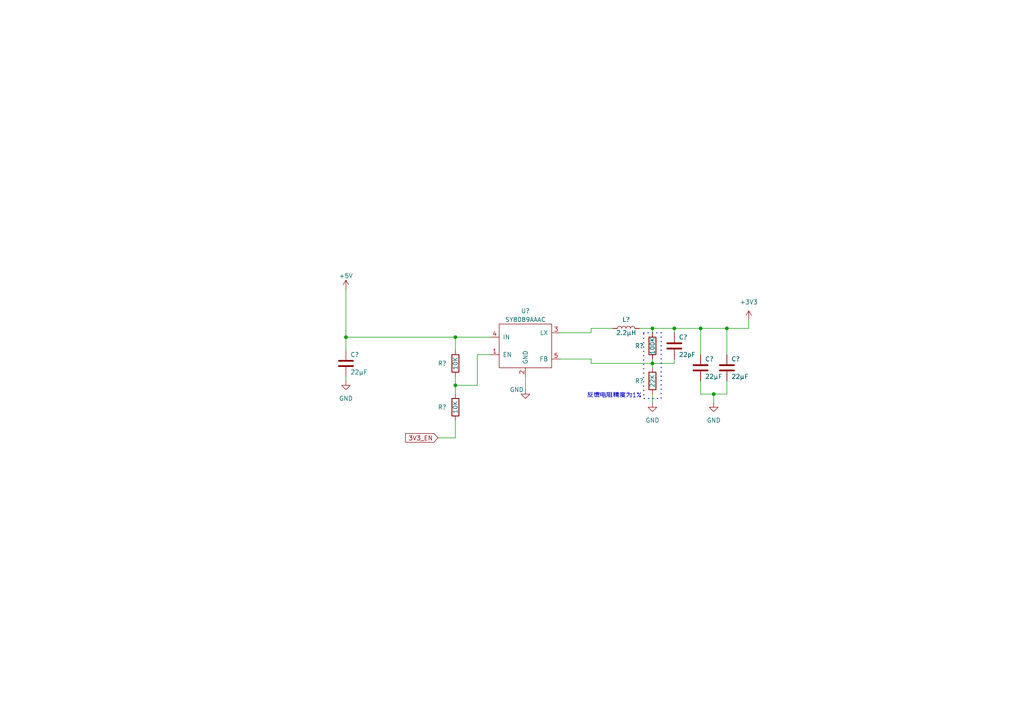
<source format=kicad_sch>
(kicad_sch (version 20230121) (generator eeschema)

  (uuid 0949d73d-adea-41f3-a1de-4346116720e4)

  (paper "A4")

  (lib_symbols
    (symbol "ChronoVolt_Lib:SY8089AAAC" (pin_names (offset 1.016)) (in_bom yes) (on_board yes)
      (property "Reference" "U" (at 0 8.128 0)
        (effects (font (size 1.27 1.27)))
      )
      (property "Value" "SY8089AAAC" (at 0 13.208 0)
        (effects (font (size 1.27 1.27)))
      )
      (property "Footprint" "" (at 0 3.048 0)
        (effects (font (size 1.27 1.27)) hide)
      )
      (property "Datasheet" "" (at 0 -2.032 0)
        (effects (font (size 1.27 1.27)) hide)
      )
      (symbol "SY8089AAAC_1_1"
        (rectangle (start -7.62 6.35) (end 7.62 -6.35)
          (stroke (width 0.1524) (type default))
          (fill (type none))
        )
        (pin input line (at -10.16 -2.54 0) (length 2.54)
          (name "EN" (effects (font (size 1.27 1.27))))
          (number "1" (effects (font (size 1.27 1.27))))
        )
        (pin input line (at 0 -8.89 90) (length 2.54)
          (name "GND" (effects (font (size 1.27 1.27))))
          (number "2" (effects (font (size 1.27 1.27))))
        )
        (pin input line (at 10.16 3.81 180) (length 2.54)
          (name "LX" (effects (font (size 1.27 1.27))))
          (number "3" (effects (font (size 1.27 1.27))))
        )
        (pin input line (at -10.16 2.54 0) (length 2.54)
          (name "IN" (effects (font (size 1.27 1.27))))
          (number "4" (effects (font (size 1.27 1.27))))
        )
        (pin input line (at 10.16 -3.81 180) (length 2.54)
          (name "FB" (effects (font (size 1.27 1.27))))
          (number "5" (effects (font (size 1.27 1.27))))
        )
      )
    )
    (symbol "Device:C" (pin_numbers hide) (pin_names (offset 0.254)) (in_bom yes) (on_board yes)
      (property "Reference" "C" (at 0.635 2.54 0)
        (effects (font (size 1.27 1.27)) (justify left))
      )
      (property "Value" "C" (at 0.635 -2.54 0)
        (effects (font (size 1.27 1.27)) (justify left))
      )
      (property "Footprint" "" (at 0.9652 -3.81 0)
        (effects (font (size 1.27 1.27)) hide)
      )
      (property "Datasheet" "~" (at 0 0 0)
        (effects (font (size 1.27 1.27)) hide)
      )
      (property "ki_keywords" "cap capacitor" (at 0 0 0)
        (effects (font (size 1.27 1.27)) hide)
      )
      (property "ki_description" "Unpolarized capacitor" (at 0 0 0)
        (effects (font (size 1.27 1.27)) hide)
      )
      (property "ki_fp_filters" "C_*" (at 0 0 0)
        (effects (font (size 1.27 1.27)) hide)
      )
      (symbol "C_0_1"
        (polyline
          (pts
            (xy -2.032 -0.762)
            (xy 2.032 -0.762)
          )
          (stroke (width 0.508) (type default))
          (fill (type none))
        )
        (polyline
          (pts
            (xy -2.032 0.762)
            (xy 2.032 0.762)
          )
          (stroke (width 0.508) (type default))
          (fill (type none))
        )
      )
      (symbol "C_1_1"
        (pin passive line (at 0 3.81 270) (length 2.794)
          (name "~" (effects (font (size 1.27 1.27))))
          (number "1" (effects (font (size 1.27 1.27))))
        )
        (pin passive line (at 0 -3.81 90) (length 2.794)
          (name "~" (effects (font (size 1.27 1.27))))
          (number "2" (effects (font (size 1.27 1.27))))
        )
      )
    )
    (symbol "Device:L" (pin_numbers hide) (pin_names (offset 1.016) hide) (in_bom yes) (on_board yes)
      (property "Reference" "L" (at -1.27 0 90)
        (effects (font (size 1.27 1.27)))
      )
      (property "Value" "L" (at 1.905 0 90)
        (effects (font (size 1.27 1.27)))
      )
      (property "Footprint" "" (at 0 0 0)
        (effects (font (size 1.27 1.27)) hide)
      )
      (property "Datasheet" "~" (at 0 0 0)
        (effects (font (size 1.27 1.27)) hide)
      )
      (property "ki_keywords" "inductor choke coil reactor magnetic" (at 0 0 0)
        (effects (font (size 1.27 1.27)) hide)
      )
      (property "ki_description" "Inductor" (at 0 0 0)
        (effects (font (size 1.27 1.27)) hide)
      )
      (property "ki_fp_filters" "Choke_* *Coil* Inductor_* L_*" (at 0 0 0)
        (effects (font (size 1.27 1.27)) hide)
      )
      (symbol "L_0_1"
        (arc (start 0 -2.54) (mid 0.6323 -1.905) (end 0 -1.27)
          (stroke (width 0) (type default))
          (fill (type none))
        )
        (arc (start 0 -1.27) (mid 0.6323 -0.635) (end 0 0)
          (stroke (width 0) (type default))
          (fill (type none))
        )
        (arc (start 0 0) (mid 0.6323 0.635) (end 0 1.27)
          (stroke (width 0) (type default))
          (fill (type none))
        )
        (arc (start 0 1.27) (mid 0.6323 1.905) (end 0 2.54)
          (stroke (width 0) (type default))
          (fill (type none))
        )
      )
      (symbol "L_1_1"
        (pin passive line (at 0 3.81 270) (length 1.27)
          (name "1" (effects (font (size 1.27 1.27))))
          (number "1" (effects (font (size 1.27 1.27))))
        )
        (pin passive line (at 0 -3.81 90) (length 1.27)
          (name "2" (effects (font (size 1.27 1.27))))
          (number "2" (effects (font (size 1.27 1.27))))
        )
      )
    )
    (symbol "Device:R" (pin_numbers hide) (pin_names (offset 0)) (in_bom yes) (on_board yes)
      (property "Reference" "R" (at 2.032 0 90)
        (effects (font (size 1.27 1.27)))
      )
      (property "Value" "R" (at 0 0 90)
        (effects (font (size 1.27 1.27)))
      )
      (property "Footprint" "" (at -1.778 0 90)
        (effects (font (size 1.27 1.27)) hide)
      )
      (property "Datasheet" "~" (at 0 0 0)
        (effects (font (size 1.27 1.27)) hide)
      )
      (property "ki_keywords" "R res resistor" (at 0 0 0)
        (effects (font (size 1.27 1.27)) hide)
      )
      (property "ki_description" "Resistor" (at 0 0 0)
        (effects (font (size 1.27 1.27)) hide)
      )
      (property "ki_fp_filters" "R_*" (at 0 0 0)
        (effects (font (size 1.27 1.27)) hide)
      )
      (symbol "R_0_1"
        (rectangle (start -1.016 -2.54) (end 1.016 2.54)
          (stroke (width 0.254) (type default))
          (fill (type none))
        )
      )
      (symbol "R_1_1"
        (pin passive line (at 0 3.81 270) (length 1.27)
          (name "~" (effects (font (size 1.27 1.27))))
          (number "1" (effects (font (size 1.27 1.27))))
        )
        (pin passive line (at 0 -3.81 90) (length 1.27)
          (name "~" (effects (font (size 1.27 1.27))))
          (number "2" (effects (font (size 1.27 1.27))))
        )
      )
    )
    (symbol "power:+3V3" (power) (pin_names (offset 0)) (in_bom yes) (on_board yes)
      (property "Reference" "#PWR" (at 0 -3.81 0)
        (effects (font (size 1.27 1.27)) hide)
      )
      (property "Value" "+3V3" (at 0 3.556 0)
        (effects (font (size 1.27 1.27)))
      )
      (property "Footprint" "" (at 0 0 0)
        (effects (font (size 1.27 1.27)) hide)
      )
      (property "Datasheet" "" (at 0 0 0)
        (effects (font (size 1.27 1.27)) hide)
      )
      (property "ki_keywords" "global power" (at 0 0 0)
        (effects (font (size 1.27 1.27)) hide)
      )
      (property "ki_description" "Power symbol creates a global label with name \"+3V3\"" (at 0 0 0)
        (effects (font (size 1.27 1.27)) hide)
      )
      (symbol "+3V3_0_1"
        (polyline
          (pts
            (xy -0.762 1.27)
            (xy 0 2.54)
          )
          (stroke (width 0) (type default))
          (fill (type none))
        )
        (polyline
          (pts
            (xy 0 0)
            (xy 0 2.54)
          )
          (stroke (width 0) (type default))
          (fill (type none))
        )
        (polyline
          (pts
            (xy 0 2.54)
            (xy 0.762 1.27)
          )
          (stroke (width 0) (type default))
          (fill (type none))
        )
      )
      (symbol "+3V3_1_1"
        (pin power_in line (at 0 0 90) (length 0) hide
          (name "+3V3" (effects (font (size 1.27 1.27))))
          (number "1" (effects (font (size 1.27 1.27))))
        )
      )
    )
    (symbol "power:+5V" (power) (pin_names (offset 0)) (in_bom yes) (on_board yes)
      (property "Reference" "#PWR" (at 0 -3.81 0)
        (effects (font (size 1.27 1.27)) hide)
      )
      (property "Value" "+5V" (at 0 3.556 0)
        (effects (font (size 1.27 1.27)))
      )
      (property "Footprint" "" (at 0 0 0)
        (effects (font (size 1.27 1.27)) hide)
      )
      (property "Datasheet" "" (at 0 0 0)
        (effects (font (size 1.27 1.27)) hide)
      )
      (property "ki_keywords" "global power" (at 0 0 0)
        (effects (font (size 1.27 1.27)) hide)
      )
      (property "ki_description" "Power symbol creates a global label with name \"+5V\"" (at 0 0 0)
        (effects (font (size 1.27 1.27)) hide)
      )
      (symbol "+5V_0_1"
        (polyline
          (pts
            (xy -0.762 1.27)
            (xy 0 2.54)
          )
          (stroke (width 0) (type default))
          (fill (type none))
        )
        (polyline
          (pts
            (xy 0 0)
            (xy 0 2.54)
          )
          (stroke (width 0) (type default))
          (fill (type none))
        )
        (polyline
          (pts
            (xy 0 2.54)
            (xy 0.762 1.27)
          )
          (stroke (width 0) (type default))
          (fill (type none))
        )
      )
      (symbol "+5V_1_1"
        (pin power_in line (at 0 0 90) (length 0) hide
          (name "+5V" (effects (font (size 1.27 1.27))))
          (number "1" (effects (font (size 1.27 1.27))))
        )
      )
    )
    (symbol "power:GND" (power) (pin_names (offset 0)) (in_bom yes) (on_board yes)
      (property "Reference" "#PWR" (at 0 -6.35 0)
        (effects (font (size 1.27 1.27)) hide)
      )
      (property "Value" "GND" (at 0 -3.81 0)
        (effects (font (size 1.27 1.27)))
      )
      (property "Footprint" "" (at 0 0 0)
        (effects (font (size 1.27 1.27)) hide)
      )
      (property "Datasheet" "" (at 0 0 0)
        (effects (font (size 1.27 1.27)) hide)
      )
      (property "ki_keywords" "global power" (at 0 0 0)
        (effects (font (size 1.27 1.27)) hide)
      )
      (property "ki_description" "Power symbol creates a global label with name \"GND\" , ground" (at 0 0 0)
        (effects (font (size 1.27 1.27)) hide)
      )
      (symbol "GND_0_1"
        (polyline
          (pts
            (xy 0 0)
            (xy 0 -1.27)
            (xy 1.27 -1.27)
            (xy 0 -2.54)
            (xy -1.27 -1.27)
            (xy 0 -1.27)
          )
          (stroke (width 0) (type default))
          (fill (type none))
        )
      )
      (symbol "GND_1_1"
        (pin power_in line (at 0 0 270) (length 0) hide
          (name "GND" (effects (font (size 1.27 1.27))))
          (number "1" (effects (font (size 1.27 1.27))))
        )
      )
    )
  )

  (junction (at 195.58 95.25) (diameter 0) (color 0 0 0 0)
    (uuid 2576e8a0-ebca-4a36-8070-27c8f24b8a7f)
  )
  (junction (at 203.2 95.25) (diameter 0) (color 0 0 0 0)
    (uuid 3acac070-e6cf-4640-862c-8af66433389a)
  )
  (junction (at 207.01 114.3) (diameter 0) (color 0 0 0 0)
    (uuid 3f3a2dce-62ac-4ad1-b0aa-4106cf86a226)
  )
  (junction (at 100.33 97.79) (diameter 0) (color 0 0 0 0)
    (uuid 4d01f4b3-c38e-4cb5-bc5e-c643661c0731)
  )
  (junction (at 189.23 95.25) (diameter 0) (color 0 0 0 0)
    (uuid 56798a65-54f4-4aa6-b74a-10f001a012ea)
  )
  (junction (at 132.08 111.76) (diameter 0) (color 0 0 0 0)
    (uuid a0b408d2-78a0-4eef-b759-f41ba8de56d3)
  )
  (junction (at 132.08 97.79) (diameter 0) (color 0 0 0 0)
    (uuid b2fa6c7e-9008-466d-8433-a3698bc326c7)
  )
  (junction (at 189.23 105.41) (diameter 0) (color 0 0 0 0)
    (uuid d050fe79-43d2-4236-832d-4e11377359c9)
  )
  (junction (at 210.82 95.25) (diameter 0) (color 0 0 0 0)
    (uuid d1f86b7b-866c-4dec-9809-4bcc746a396c)
  )

  (wire (pts (xy 152.4 109.22) (xy 152.4 113.03))
    (stroke (width 0) (type default))
    (uuid 01b6c6c8-887c-450c-9f79-9b6e86034f69)
  )
  (wire (pts (xy 189.23 105.41) (xy 189.23 104.14))
    (stroke (width 0) (type default))
    (uuid 054a5542-575c-4d44-b5db-32f96755df5c)
  )
  (wire (pts (xy 195.58 95.25) (xy 195.58 96.52))
    (stroke (width 0) (type default))
    (uuid 12eb0a37-8a10-474f-934b-80cc28c27a35)
  )
  (wire (pts (xy 185.42 95.25) (xy 189.23 95.25))
    (stroke (width 0) (type default))
    (uuid 17397d23-0e4b-456b-8bc5-30b20371c850)
  )
  (wire (pts (xy 100.33 109.22) (xy 100.33 110.49))
    (stroke (width 0) (type default))
    (uuid 173b81d5-6206-49fa-ac93-fa588f5cb205)
  )
  (wire (pts (xy 207.01 114.3) (xy 207.01 116.84))
    (stroke (width 0) (type default))
    (uuid 17505cea-1852-4d0d-a344-82063b2bfbeb)
  )
  (wire (pts (xy 171.45 95.25) (xy 177.8 95.25))
    (stroke (width 0) (type default))
    (uuid 1df7c988-6257-48b5-9423-93b5e9557609)
  )
  (wire (pts (xy 132.08 97.79) (xy 132.08 101.6))
    (stroke (width 0) (type default))
    (uuid 32f6ae34-bc4b-40ff-a0fa-2a890f5c2018)
  )
  (wire (pts (xy 217.17 95.25) (xy 217.17 92.71))
    (stroke (width 0) (type default))
    (uuid 3e9ebdb2-03b0-4e5e-bed7-b50df034f995)
  )
  (wire (pts (xy 217.17 95.25) (xy 210.82 95.25))
    (stroke (width 0) (type default))
    (uuid 449662e7-9bad-49d1-b0cc-c829b4103c42)
  )
  (wire (pts (xy 142.24 102.87) (xy 138.43 102.87))
    (stroke (width 0) (type default))
    (uuid 489df096-4625-471b-ae5a-489281ac5748)
  )
  (wire (pts (xy 210.82 114.3) (xy 207.01 114.3))
    (stroke (width 0) (type default))
    (uuid 5b0d4858-e264-4fcf-ba07-ca852023e61c)
  )
  (wire (pts (xy 162.56 104.14) (xy 171.45 104.14))
    (stroke (width 0) (type default))
    (uuid 633a7c44-5b0d-46c1-921e-318657e43d6b)
  )
  (wire (pts (xy 171.45 95.25) (xy 171.45 96.52))
    (stroke (width 0) (type default))
    (uuid 6b48166d-b21c-4998-bf5b-35cf097dc503)
  )
  (wire (pts (xy 138.43 102.87) (xy 138.43 111.76))
    (stroke (width 0) (type default))
    (uuid 6d36aaa9-c5eb-4456-8a76-42b5ddead9b1)
  )
  (wire (pts (xy 162.56 96.52) (xy 171.45 96.52))
    (stroke (width 0) (type default))
    (uuid 7fdd1533-28bb-4610-b975-1541c61d882e)
  )
  (wire (pts (xy 203.2 95.25) (xy 203.2 102.87))
    (stroke (width 0) (type default))
    (uuid 82700093-012f-4d21-89be-9e2540d2cd99)
  )
  (wire (pts (xy 189.23 95.25) (xy 195.58 95.25))
    (stroke (width 0) (type default))
    (uuid 849a3096-80fb-4891-bd5d-6eb0843884b3)
  )
  (wire (pts (xy 132.08 97.79) (xy 142.24 97.79))
    (stroke (width 0) (type default))
    (uuid 894229c3-70e8-4bf9-8195-bac7845d9323)
  )
  (wire (pts (xy 189.23 105.41) (xy 195.58 105.41))
    (stroke (width 0) (type default))
    (uuid 8c60b96d-afd3-4b70-9ae4-f4124d8211c5)
  )
  (wire (pts (xy 171.45 105.41) (xy 189.23 105.41))
    (stroke (width 0) (type default))
    (uuid 912ffc98-6f5e-4a9f-bdd1-bd568c00c8ab)
  )
  (wire (pts (xy 210.82 95.25) (xy 203.2 95.25))
    (stroke (width 0) (type default))
    (uuid 931dd262-595a-463d-aacb-2eca8d048606)
  )
  (wire (pts (xy 203.2 110.49) (xy 203.2 114.3))
    (stroke (width 0) (type default))
    (uuid 9672e893-5c25-4e71-a636-30634f8f1b5c)
  )
  (wire (pts (xy 207.01 114.3) (xy 203.2 114.3))
    (stroke (width 0) (type default))
    (uuid 9741975a-28e0-4d80-bf43-4e68fbdc2ad4)
  )
  (wire (pts (xy 138.43 111.76) (xy 132.08 111.76))
    (stroke (width 0) (type default))
    (uuid 99046fc8-7d8b-4fb9-94cd-e80ee9adc3e8)
  )
  (wire (pts (xy 210.82 110.49) (xy 210.82 114.3))
    (stroke (width 0) (type default))
    (uuid 9ce28dac-0787-471f-991c-5561cd43bfea)
  )
  (wire (pts (xy 100.33 83.82) (xy 100.33 97.79))
    (stroke (width 0) (type default))
    (uuid 9f2c099c-7184-4e48-9f7c-75817c052f37)
  )
  (wire (pts (xy 189.23 105.41) (xy 189.23 106.68))
    (stroke (width 0) (type default))
    (uuid abad78f4-e1ff-43de-bfce-000808a37026)
  )
  (wire (pts (xy 100.33 97.79) (xy 132.08 97.79))
    (stroke (width 0) (type default))
    (uuid b4affb2d-0d5d-4a20-817e-56cd33a895e6)
  )
  (wire (pts (xy 195.58 95.25) (xy 203.2 95.25))
    (stroke (width 0) (type default))
    (uuid b6da4e35-6323-4f84-8cb4-1c161f7fb86e)
  )
  (wire (pts (xy 132.08 111.76) (xy 132.08 109.22))
    (stroke (width 0) (type default))
    (uuid b70e987a-b918-4134-84b9-c07943c6520c)
  )
  (wire (pts (xy 127 127) (xy 132.08 127))
    (stroke (width 0) (type default))
    (uuid bbbfe463-f16b-4936-ae41-ea0ab765e1a6)
  )
  (wire (pts (xy 132.08 127) (xy 132.08 121.92))
    (stroke (width 0) (type default))
    (uuid c2a243d6-2bf5-4a99-a867-a84c6393f33e)
  )
  (wire (pts (xy 189.23 96.52) (xy 189.23 95.25))
    (stroke (width 0) (type default))
    (uuid ccdd668f-38ae-4e50-9300-01fd74e8ac27)
  )
  (wire (pts (xy 195.58 104.14) (xy 195.58 105.41))
    (stroke (width 0) (type default))
    (uuid da1dc374-6715-4212-a6c4-419d24354da8)
  )
  (wire (pts (xy 210.82 95.25) (xy 210.82 102.87))
    (stroke (width 0) (type default))
    (uuid da981527-5b34-4a9d-9816-b3d3e9db4e58)
  )
  (wire (pts (xy 189.23 114.3) (xy 189.23 116.84))
    (stroke (width 0) (type default))
    (uuid e0114008-7a74-4663-a2c0-193136d7de21)
  )
  (wire (pts (xy 132.08 111.76) (xy 132.08 114.3))
    (stroke (width 0) (type default))
    (uuid e791a36b-9a0e-4e5e-a8eb-0d35b794db46)
  )
  (wire (pts (xy 171.45 104.14) (xy 171.45 105.41))
    (stroke (width 0) (type default))
    (uuid f569f7df-bd33-40c5-9e19-07e509a53735)
  )
  (wire (pts (xy 100.33 101.6) (xy 100.33 97.79))
    (stroke (width 0) (type default))
    (uuid fb80e3ae-3b7f-4e6c-b5c7-9082faf237a6)
  )

  (rectangle (start 186.69 96.52) (end 191.77 115.57)
    (stroke (width 0.3) (type dot))
    (fill (type none))
    (uuid a378136b-1bb9-4cb0-8883-0a8bd1369a84)
  )

  (text "反馈电阻精度为1%" (at 170.18 115.57 0)
    (effects (font (size 1.27 1.27)) (justify left bottom))
    (uuid 18c17f17-950e-498d-a660-c6f408224aa1)
  )

  (global_label "3V3_EN" (shape input) (at 127 127 180) (fields_autoplaced)
    (effects (font (size 1.27 1.27)) (justify right))
    (uuid fce7f2e1-63ee-4a82-ba6f-dbf562cbe38d)
    (property "Intersheetrefs" "${INTERSHEET_REFS}" (at 117.1395 127 0)
      (effects (font (size 1.27 1.27)) (justify right) hide)
    )
  )

  (symbol (lib_id "power:GND") (at 100.33 110.49 0) (unit 1)
    (in_bom yes) (on_board yes) (dnp no) (fields_autoplaced)
    (uuid 0099ad79-198e-46df-bd86-0816c231a2ec)
    (property "Reference" "#PWR?" (at 100.33 116.84 0)
      (effects (font (size 1.27 1.27)) hide)
    )
    (property "Value" "GND" (at 100.33 115.57 0)
      (effects (font (size 1.27 1.27)))
    )
    (property "Footprint" "" (at 100.33 110.49 0)
      (effects (font (size 1.27 1.27)) hide)
    )
    (property "Datasheet" "" (at 100.33 110.49 0)
      (effects (font (size 1.27 1.27)) hide)
    )
    (pin "1" (uuid ce617f46-3709-4dab-89e1-d8e0c01752b2))
    (instances
      (project "Final_ESPNoob_RevA_1006"
        (path "/020f851d-ff42-49ee-a080-0144446afa6e"
          (reference "#PWR?") (unit 1)
        )
      )
      (project "ChronoVolt_Display"
        (path "/cceb3d39-99f1-4cc7-aa1d-f414cbebc8ea/e8497551-2c98-4d09-a15f-05316c8368fe"
          (reference "#PWR026") (unit 1)
        )
      )
    )
  )

  (symbol (lib_id "power:GND") (at 207.01 116.84 0) (unit 1)
    (in_bom yes) (on_board yes) (dnp no) (fields_autoplaced)
    (uuid 08a09bbe-5087-419b-b51e-ae2406487bf8)
    (property "Reference" "#PWR?" (at 207.01 123.19 0)
      (effects (font (size 1.27 1.27)) hide)
    )
    (property "Value" "GND" (at 207.01 121.92 0)
      (effects (font (size 1.27 1.27)))
    )
    (property "Footprint" "" (at 207.01 116.84 0)
      (effects (font (size 1.27 1.27)) hide)
    )
    (property "Datasheet" "" (at 207.01 116.84 0)
      (effects (font (size 1.27 1.27)) hide)
    )
    (pin "1" (uuid b4d00589-b677-4c3f-8b0e-a4bde7fec3fa))
    (instances
      (project "Final_ESPNoob_RevA_1006"
        (path "/020f851d-ff42-49ee-a080-0144446afa6e"
          (reference "#PWR?") (unit 1)
        )
      )
      (project "ChronoVolt_Display"
        (path "/cceb3d39-99f1-4cc7-aa1d-f414cbebc8ea/e8497551-2c98-4d09-a15f-05316c8368fe"
          (reference "#PWR029") (unit 1)
        )
      )
    )
  )

  (symbol (lib_id "Device:L") (at 181.61 95.25 90) (unit 1)
    (in_bom yes) (on_board yes) (dnp no)
    (uuid 0da35698-8e0d-4281-a332-484d04afb173)
    (property "Reference" "L?" (at 181.61 92.71 90)
      (effects (font (size 1.27 1.27)))
    )
    (property "Value" "2.2μH" (at 181.61 96.52 90)
      (effects (font (size 1.27 1.27)))
    )
    (property "Footprint" "Inductor_SMD:L_1008_2520Metric" (at 181.61 95.25 0)
      (effects (font (size 1.27 1.27)) hide)
    )
    (property "Datasheet" "~" (at 181.61 95.25 0)
      (effects (font (size 1.27 1.27)) hide)
    )
    (pin "1" (uuid 8eb78145-64ef-44e3-a404-8c3a3590b57a))
    (pin "2" (uuid a7bf7d8c-7100-44a5-8365-6aaf5c3439d1))
    (instances
      (project "Final_ESPNoob_RevA_1006"
        (path "/020f851d-ff42-49ee-a080-0144446afa6e"
          (reference "L?") (unit 1)
        )
      )
      (project "ChronoVolt_Display"
        (path "/cceb3d39-99f1-4cc7-aa1d-f414cbebc8ea/e8497551-2c98-4d09-a15f-05316c8368fe"
          (reference "L2") (unit 1)
        )
      )
    )
  )

  (symbol (lib_id "power:+5V") (at 100.33 83.82 0) (unit 1)
    (in_bom yes) (on_board yes) (dnp no)
    (uuid 100b1a7d-2238-46bd-8b3a-316250991e0d)
    (property "Reference" "#PWR?" (at 100.33 87.63 0)
      (effects (font (size 1.27 1.27)) hide)
    )
    (property "Value" "+5V" (at 100.33 80.01 0)
      (effects (font (size 1.27 1.27)))
    )
    (property "Footprint" "" (at 100.33 83.82 0)
      (effects (font (size 1.27 1.27)) hide)
    )
    (property "Datasheet" "" (at 100.33 83.82 0)
      (effects (font (size 1.27 1.27)) hide)
    )
    (pin "1" (uuid 477cae13-fb19-4315-9416-a772f3b5d7b3))
    (instances
      (project "Final_ESPNoob_RevA_1006"
        (path "/020f851d-ff42-49ee-a080-0144446afa6e"
          (reference "#PWR?") (unit 1)
        )
      )
      (project "ChronoVolt_Display"
        (path "/cceb3d39-99f1-4cc7-aa1d-f414cbebc8ea/e8497551-2c98-4d09-a15f-05316c8368fe"
          (reference "#PWR025") (unit 1)
        )
      )
    )
  )

  (symbol (lib_id "ChronoVolt_Lib:SY8089AAAC") (at 152.4 100.33 0) (unit 1)
    (in_bom yes) (on_board yes) (dnp no) (fields_autoplaced)
    (uuid 48967f28-e0fa-4d2a-8725-425da00672fb)
    (property "Reference" "U?" (at 152.4 90.17 0)
      (effects (font (size 1.27 1.27)))
    )
    (property "Value" "SY8089AAAC" (at 152.4 92.71 0)
      (effects (font (size 1.27 1.27)))
    )
    (property "Footprint" "Package_TO_SOT_SMD:SOT-23-5" (at 152.4 97.282 0)
      (effects (font (size 1.27 1.27)) hide)
    )
    (property "Datasheet" "" (at 152.4 102.362 0)
      (effects (font (size 1.27 1.27)) hide)
    )
    (pin "1" (uuid 3ca04664-af4d-4308-ae1a-38f5bc4c725c))
    (pin "2" (uuid 68923bc6-089b-4db0-8d4a-9254f86e6a8c))
    (pin "3" (uuid 7066fb87-4867-446e-ae3c-a2dfb50c825b))
    (pin "4" (uuid 7e6af4d4-6271-4242-8ffd-da84f3e70787))
    (pin "5" (uuid 91c6ea49-f054-46fc-8ff2-e99e1dc48a1d))
    (instances
      (project "Final_ESPNoob_RevA_1006"
        (path "/020f851d-ff42-49ee-a080-0144446afa6e"
          (reference "U?") (unit 1)
        )
      )
      (project "ChronoVolt_Display"
        (path "/cceb3d39-99f1-4cc7-aa1d-f414cbebc8ea/e8497551-2c98-4d09-a15f-05316c8368fe"
          (reference "U2") (unit 1)
        )
      )
    )
  )

  (symbol (lib_id "Device:R") (at 189.23 100.33 0) (unit 1)
    (in_bom yes) (on_board yes) (dnp no)
    (uuid 73f0b2bc-fbbe-438f-b6d7-de82abf34c70)
    (property "Reference" "R?" (at 185.42 100.33 0)
      (effects (font (size 1.27 1.27)))
    )
    (property "Value" "100K" (at 189.23 100.33 90)
      (effects (font (size 1.27 1.27)))
    )
    (property "Footprint" "Resistor_SMD:R_0603_1608Metric" (at 187.452 100.33 90)
      (effects (font (size 1.27 1.27)) hide)
    )
    (property "Datasheet" "~" (at 189.23 100.33 0)
      (effects (font (size 1.27 1.27)) hide)
    )
    (pin "1" (uuid 578a0382-deed-489b-9ceb-dfb810428483))
    (pin "2" (uuid 0193b0d3-7fe2-45a7-bf3b-445b44dd1445))
    (instances
      (project "Final_ESPNoob_RevA_1006"
        (path "/020f851d-ff42-49ee-a080-0144446afa6e"
          (reference "R?") (unit 1)
        )
      )
      (project "ChronoVolt_Display"
        (path "/cceb3d39-99f1-4cc7-aa1d-f414cbebc8ea/e8497551-2c98-4d09-a15f-05316c8368fe"
          (reference "R11") (unit 1)
        )
      )
    )
  )

  (symbol (lib_id "Device:C") (at 195.58 100.33 0) (unit 1)
    (in_bom yes) (on_board yes) (dnp no)
    (uuid 862b75d6-eca5-49a6-9d8d-84a84fc68aad)
    (property "Reference" "C?" (at 196.85 97.79 0)
      (effects (font (size 1.27 1.27)) (justify left))
    )
    (property "Value" "22pF" (at 196.85 102.87 0)
      (effects (font (size 1.27 1.27)) (justify left))
    )
    (property "Footprint" "Capacitor_SMD:C_0603_1608Metric" (at 196.5452 104.14 0)
      (effects (font (size 1.27 1.27)) hide)
    )
    (property "Datasheet" "~" (at 195.58 100.33 0)
      (effects (font (size 1.27 1.27)) hide)
    )
    (pin "1" (uuid 38dc1fa1-afc8-4290-95ed-c72a8b1a36d1))
    (pin "2" (uuid 3f03d9ea-c7ea-4793-b84c-b9c50fa2b931))
    (instances
      (project "Final_ESPNoob_RevA_1006"
        (path "/020f851d-ff42-49ee-a080-0144446afa6e"
          (reference "C?") (unit 1)
        )
      )
      (project "ChronoVolt_Display"
        (path "/cceb3d39-99f1-4cc7-aa1d-f414cbebc8ea/e8497551-2c98-4d09-a15f-05316c8368fe"
          (reference "C8") (unit 1)
        )
      )
    )
  )

  (symbol (lib_id "power:+3V3") (at 217.17 92.71 0) (unit 1)
    (in_bom yes) (on_board yes) (dnp no) (fields_autoplaced)
    (uuid 9257335c-3d5a-43d3-a769-af55fc8ce40c)
    (property "Reference" "#PWR?" (at 217.17 96.52 0)
      (effects (font (size 1.27 1.27)) hide)
    )
    (property "Value" "+3V3" (at 217.17 87.63 0)
      (effects (font (size 1.27 1.27)))
    )
    (property "Footprint" "" (at 217.17 92.71 0)
      (effects (font (size 1.27 1.27)) hide)
    )
    (property "Datasheet" "" (at 217.17 92.71 0)
      (effects (font (size 1.27 1.27)) hide)
    )
    (pin "1" (uuid b2619fc2-7693-4a92-b9b8-5e1eea468ea9))
    (instances
      (project "Final_ESPNoob_RevA_1006"
        (path "/020f851d-ff42-49ee-a080-0144446afa6e"
          (reference "#PWR?") (unit 1)
        )
      )
      (project "ChronoVolt_Display"
        (path "/cceb3d39-99f1-4cc7-aa1d-f414cbebc8ea/e8497551-2c98-4d09-a15f-05316c8368fe"
          (reference "#PWR030") (unit 1)
        )
      )
    )
  )

  (symbol (lib_id "Device:R") (at 189.23 110.49 0) (unit 1)
    (in_bom yes) (on_board yes) (dnp no)
    (uuid a33a96ea-916e-466d-9c74-3d69993bdda3)
    (property "Reference" "R?" (at 185.42 110.49 0)
      (effects (font (size 1.27 1.27)))
    )
    (property "Value" "22K" (at 189.23 110.49 90)
      (effects (font (size 1.27 1.27)))
    )
    (property "Footprint" "Resistor_SMD:R_0603_1608Metric" (at 187.452 110.49 90)
      (effects (font (size 1.27 1.27)) hide)
    )
    (property "Datasheet" "~" (at 189.23 110.49 0)
      (effects (font (size 1.27 1.27)) hide)
    )
    (pin "1" (uuid b6e14491-9947-4203-8b69-59f21412736f))
    (pin "2" (uuid 118dd991-8df8-4479-b267-c64b9ebf2985))
    (instances
      (project "Final_ESPNoob_RevA_1006"
        (path "/020f851d-ff42-49ee-a080-0144446afa6e"
          (reference "R?") (unit 1)
        )
      )
      (project "ChronoVolt_Display"
        (path "/cceb3d39-99f1-4cc7-aa1d-f414cbebc8ea/e8497551-2c98-4d09-a15f-05316c8368fe"
          (reference "R12") (unit 1)
        )
      )
    )
  )

  (symbol (lib_id "Device:C") (at 100.33 105.41 0) (unit 1)
    (in_bom yes) (on_board yes) (dnp no)
    (uuid b2eb1ec0-3b53-46ae-ad9c-4ce5a442241b)
    (property "Reference" "C?" (at 101.6 102.87 0)
      (effects (font (size 1.27 1.27)) (justify left))
    )
    (property "Value" "22μF" (at 101.6 107.95 0)
      (effects (font (size 1.27 1.27)) (justify left))
    )
    (property "Footprint" "Capacitor_SMD:C_0603_1608Metric" (at 101.2952 109.22 0)
      (effects (font (size 1.27 1.27)) hide)
    )
    (property "Datasheet" "~" (at 100.33 105.41 0)
      (effects (font (size 1.27 1.27)) hide)
    )
    (pin "1" (uuid 7b6a7a94-e181-4b34-a988-f856ea97c39e))
    (pin "2" (uuid 34fc0939-3519-41c8-8d84-34f58cfcb65a))
    (instances
      (project "Final_ESPNoob_RevA_1006"
        (path "/020f851d-ff42-49ee-a080-0144446afa6e"
          (reference "C?") (unit 1)
        )
      )
      (project "ChronoVolt_Display"
        (path "/cceb3d39-99f1-4cc7-aa1d-f414cbebc8ea/e8497551-2c98-4d09-a15f-05316c8368fe"
          (reference "C7") (unit 1)
        )
      )
    )
  )

  (symbol (lib_id "Device:C") (at 203.2 106.68 0) (unit 1)
    (in_bom yes) (on_board yes) (dnp no)
    (uuid c48808ae-7658-49d5-ad78-5805a01780f8)
    (property "Reference" "C?" (at 204.47 104.14 0)
      (effects (font (size 1.27 1.27)) (justify left))
    )
    (property "Value" "22μF" (at 204.47 109.22 0)
      (effects (font (size 1.27 1.27)) (justify left))
    )
    (property "Footprint" "Capacitor_SMD:C_0603_1608Metric" (at 204.1652 110.49 0)
      (effects (font (size 1.27 1.27)) hide)
    )
    (property "Datasheet" "~" (at 203.2 106.68 0)
      (effects (font (size 1.27 1.27)) hide)
    )
    (pin "1" (uuid 4e6a8c51-5b0f-4b9d-b203-8263c83d6d7c))
    (pin "2" (uuid 499b4a9c-c1f8-4b07-9cc1-bc869b7f07f6))
    (instances
      (project "Final_ESPNoob_RevA_1006"
        (path "/020f851d-ff42-49ee-a080-0144446afa6e"
          (reference "C?") (unit 1)
        )
      )
      (project "ChronoVolt_Display"
        (path "/cceb3d39-99f1-4cc7-aa1d-f414cbebc8ea/e8497551-2c98-4d09-a15f-05316c8368fe"
          (reference "C9") (unit 1)
        )
      )
    )
  )

  (symbol (lib_id "power:GND") (at 189.23 116.84 0) (unit 1)
    (in_bom yes) (on_board yes) (dnp no) (fields_autoplaced)
    (uuid f4f629cd-3a2b-421c-9f3e-73b642c38384)
    (property "Reference" "#PWR?" (at 189.23 123.19 0)
      (effects (font (size 1.27 1.27)) hide)
    )
    (property "Value" "GND" (at 189.23 121.92 0)
      (effects (font (size 1.27 1.27)))
    )
    (property "Footprint" "" (at 189.23 116.84 0)
      (effects (font (size 1.27 1.27)) hide)
    )
    (property "Datasheet" "" (at 189.23 116.84 0)
      (effects (font (size 1.27 1.27)) hide)
    )
    (pin "1" (uuid 5f246377-fcbb-415d-b4a0-e4db3fbf030f))
    (instances
      (project "Final_ESPNoob_RevA_1006"
        (path "/020f851d-ff42-49ee-a080-0144446afa6e"
          (reference "#PWR?") (unit 1)
        )
      )
      (project "ChronoVolt_Display"
        (path "/cceb3d39-99f1-4cc7-aa1d-f414cbebc8ea/e8497551-2c98-4d09-a15f-05316c8368fe"
          (reference "#PWR028") (unit 1)
        )
      )
    )
  )

  (symbol (lib_id "Device:C") (at 210.82 106.68 0) (unit 1)
    (in_bom yes) (on_board yes) (dnp no)
    (uuid f89adfc8-0666-4bd4-9fa6-d639b7eeeba8)
    (property "Reference" "C?" (at 212.09 104.14 0)
      (effects (font (size 1.27 1.27)) (justify left))
    )
    (property "Value" "22μF" (at 212.09 109.22 0)
      (effects (font (size 1.27 1.27)) (justify left))
    )
    (property "Footprint" "Capacitor_SMD:C_0603_1608Metric" (at 211.7852 110.49 0)
      (effects (font (size 1.27 1.27)) hide)
    )
    (property "Datasheet" "~" (at 210.82 106.68 0)
      (effects (font (size 1.27 1.27)) hide)
    )
    (pin "1" (uuid 915b26ec-2dee-4609-99ee-7e9c95b01d73))
    (pin "2" (uuid 6c295325-bb4a-4591-9726-b82a0c31aa10))
    (instances
      (project "Final_ESPNoob_RevA_1006"
        (path "/020f851d-ff42-49ee-a080-0144446afa6e"
          (reference "C?") (unit 1)
        )
      )
      (project "ChronoVolt_Display"
        (path "/cceb3d39-99f1-4cc7-aa1d-f414cbebc8ea/e8497551-2c98-4d09-a15f-05316c8368fe"
          (reference "C10") (unit 1)
        )
      )
    )
  )

  (symbol (lib_id "Device:R") (at 132.08 118.11 0) (unit 1)
    (in_bom no) (on_board yes) (dnp no)
    (uuid fd69ba1b-d1a8-4464-8b2f-8970e82d9042)
    (property "Reference" "R?" (at 128.27 118.11 0)
      (effects (font (size 1.27 1.27)))
    )
    (property "Value" "10K" (at 132.08 118.11 90)
      (effects (font (size 1.27 1.27)))
    )
    (property "Footprint" "Resistor_SMD:R_0603_1608Metric" (at 130.302 118.11 90)
      (effects (font (size 1.27 1.27)) hide)
    )
    (property "Datasheet" "~" (at 132.08 118.11 0)
      (effects (font (size 1.27 1.27)) hide)
    )
    (pin "1" (uuid 0591b6f3-9468-4a35-827c-54a31c9816fb))
    (pin "2" (uuid 86a2fa70-7bcb-4319-be85-b7f98b42aecc))
    (instances
      (project "Final_ESPNoob_RevA_1006"
        (path "/020f851d-ff42-49ee-a080-0144446afa6e"
          (reference "R?") (unit 1)
        )
      )
      (project "ChronoVolt_Display"
        (path "/cceb3d39-99f1-4cc7-aa1d-f414cbebc8ea/e8497551-2c98-4d09-a15f-05316c8368fe"
          (reference "R13") (unit 1)
        )
      )
    )
  )

  (symbol (lib_id "Device:R") (at 132.08 105.41 0) (unit 1)
    (in_bom yes) (on_board yes) (dnp no)
    (uuid fe0cc829-9cde-42a5-b953-aa9c17f89778)
    (property "Reference" "R?" (at 128.27 105.41 0)
      (effects (font (size 1.27 1.27)))
    )
    (property "Value" "10K" (at 132.08 105.41 90)
      (effects (font (size 1.27 1.27)))
    )
    (property "Footprint" "Resistor_SMD:R_0603_1608Metric" (at 130.302 105.41 90)
      (effects (font (size 1.27 1.27)) hide)
    )
    (property "Datasheet" "~" (at 132.08 105.41 0)
      (effects (font (size 1.27 1.27)) hide)
    )
    (pin "1" (uuid aaa97145-de5b-4e1a-9e2f-0ec0b80bd1ce))
    (pin "2" (uuid 56b3db1a-b391-463c-9160-f892f2bf2238))
    (instances
      (project "Final_ESPNoob_RevA_1006"
        (path "/020f851d-ff42-49ee-a080-0144446afa6e"
          (reference "R?") (unit 1)
        )
      )
      (project "ChronoVolt_Display"
        (path "/cceb3d39-99f1-4cc7-aa1d-f414cbebc8ea/e8497551-2c98-4d09-a15f-05316c8368fe"
          (reference "R10") (unit 1)
        )
      )
    )
  )

  (symbol (lib_id "power:GND") (at 152.4 113.03 0) (unit 1)
    (in_bom yes) (on_board yes) (dnp no)
    (uuid fe9b03fa-8a54-4a05-bbfa-2ff57b14a2bf)
    (property "Reference" "#PWR?" (at 152.4 119.38 0)
      (effects (font (size 1.27 1.27)) hide)
    )
    (property "Value" "GND" (at 149.86 113.03 0)
      (effects (font (size 1.27 1.27)))
    )
    (property "Footprint" "" (at 152.4 113.03 0)
      (effects (font (size 1.27 1.27)) hide)
    )
    (property "Datasheet" "" (at 152.4 113.03 0)
      (effects (font (size 1.27 1.27)) hide)
    )
    (pin "1" (uuid 67dfe9f6-1d6f-42b9-891f-4d1ed4ce6d06))
    (instances
      (project "Final_ESPNoob_RevA_1006"
        (path "/020f851d-ff42-49ee-a080-0144446afa6e"
          (reference "#PWR?") (unit 1)
        )
      )
      (project "ChronoVolt_Display"
        (path "/cceb3d39-99f1-4cc7-aa1d-f414cbebc8ea/e8497551-2c98-4d09-a15f-05316c8368fe"
          (reference "#PWR027") (unit 1)
        )
      )
    )
  )
)

</source>
